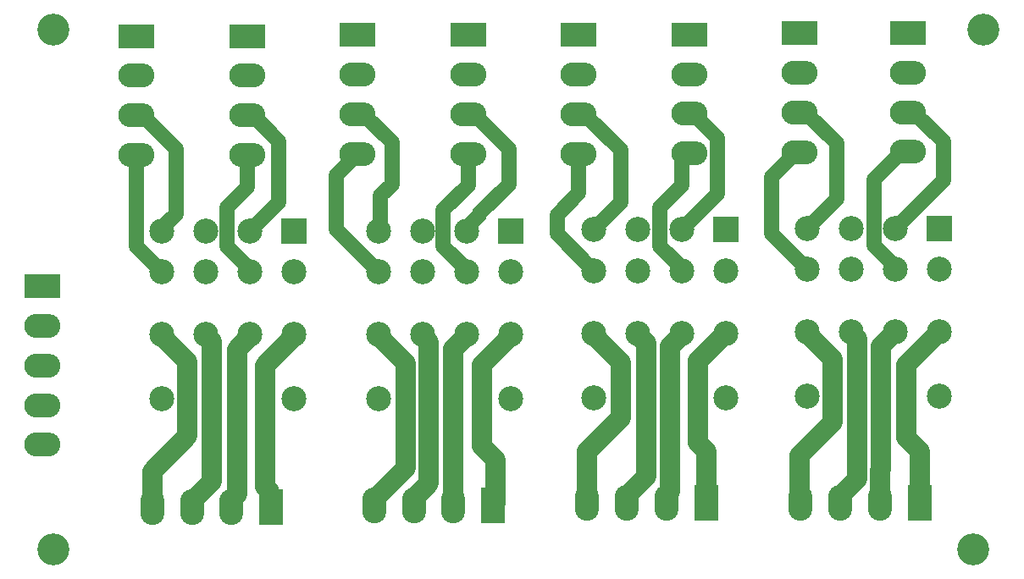
<source format=gtl>
G04*
G04 #@! TF.GenerationSoftware,Altium Limited,Altium Designer,20.2.2 (114)*
G04*
G04 Layer_Physical_Order=1*
G04 Layer_Color=255*
%FSLAX44Y44*%
%MOMM*%
G71*
G04*
G04 #@! TF.SameCoordinates,4A35201A-C963-4E52-B05F-806438ECE370*
G04*
G04*
G04 #@! TF.FilePolarity,Positive*
G04*
G01*
G75*
%ADD19C,1.5000*%
%ADD20C,2.0000*%
%ADD21R,3.6000X2.4000*%
%ADD22O,3.6000X2.4000*%
%ADD23R,2.4000X3.6000*%
%ADD24O,2.4000X3.6000*%
%ADD25C,2.5000*%
%ADD26R,2.5000X2.5000*%
%ADD27C,3.2000*%
D19*
X860830Y343746D02*
Y409799D01*
X890935Y434315D02*
X894080Y437460D01*
X885346Y434315D02*
X890935D01*
X860830Y409799D02*
X885346Y434315D01*
X881830Y320040D02*
Y322746D01*
X860830Y343746D02*
X881830Y322746D01*
X894080Y477060D02*
X900080D01*
X929640Y447500D01*
X881830Y361040D02*
X929640Y408850D01*
Y447500D01*
X786301Y476770D02*
X792301D01*
X822960Y446111D01*
Y390170D02*
Y446111D01*
X793830Y361040D02*
X822960Y390170D01*
X782737Y437170D02*
X786301D01*
X758190Y412623D02*
X782737Y437170D01*
X758190Y355680D02*
Y412623D01*
Y355680D02*
X793830Y320040D01*
X646430Y343093D02*
Y382024D01*
X668061Y403655D01*
X646430Y343093D02*
X668047Y321476D01*
X668061Y403655D02*
Y431743D01*
X672218Y435900D02*
X675783D01*
X668061Y431743D02*
X672218Y435900D01*
X668047Y318770D02*
Y321476D01*
X675783Y475500D02*
X679347D01*
X703580Y451267D01*
Y395303D02*
Y451267D01*
X668047Y359770D02*
X703580Y395303D01*
X565264Y396354D02*
Y435380D01*
X543560Y374650D02*
X565264Y396354D01*
X543560Y355257D02*
Y374650D01*
Y355257D02*
X580047Y318770D01*
X565264Y474980D02*
X571264D01*
X607060Y439184D01*
X580047Y359770D02*
X607060Y386783D01*
Y439184D01*
X454746Y403946D02*
Y435610D01*
X429994Y379193D02*
X454746Y403946D01*
X429994Y343206D02*
Y379193D01*
X452993Y317500D02*
Y320206D01*
X429994Y343206D02*
X452993Y320206D01*
X454746Y475210D02*
X460746D01*
X495300Y440656D01*
Y405130D02*
Y440656D01*
X466090Y375920D02*
X495300Y405130D01*
X466090Y374303D02*
Y375920D01*
X452993Y358500D02*
Y361206D01*
X466090Y374303D01*
X344227Y475210D02*
X350227D01*
X378460Y446977D01*
Y405130D02*
Y446977D01*
X364994Y358500D02*
X366830Y360337D01*
Y393500D01*
X378460Y405130D01*
X340662Y435610D02*
X344227D01*
X336505Y431453D02*
X340662Y435610D01*
X336505Y427888D02*
Y431453D01*
X322580Y413963D02*
X336505Y427888D01*
X322580Y359914D02*
X364994Y317500D01*
X322580Y359914D02*
Y413963D01*
X233708Y402618D02*
Y434340D01*
X213360Y382270D02*
X233708Y402618D01*
X213360Y372110D02*
Y382270D01*
X236670Y317500D02*
Y320206D01*
X213670Y343206D02*
X236670Y320206D01*
X213670Y343206D02*
Y371800D01*
X213360Y372110D02*
X213670Y371800D01*
X233708Y473940D02*
X239709D01*
X265430Y448219D01*
Y387260D02*
Y448219D01*
X236670Y358500D02*
X265430Y387260D01*
X123190Y473940D02*
X129190D01*
X162560Y440570D01*
X148670Y358500D02*
Y361206D01*
X162560Y375096D01*
Y440570D01*
X123190Y342980D02*
X148670Y317500D01*
X123190Y342980D02*
Y434340D01*
D20*
X139010Y82550D02*
Y118110D01*
X173990Y153090D02*
Y227827D01*
X139010Y118110D02*
X173990Y153090D01*
X148670Y253147D02*
Y254500D01*
Y253147D02*
X173990Y227827D01*
X178610Y88206D02*
X198120Y107716D01*
Y247697D01*
X192670Y253147D02*
X198120Y247697D01*
X192670Y253147D02*
Y254500D01*
X178610Y82550D02*
Y88206D01*
X223520Y239997D02*
X236670Y253147D01*
X223520Y94942D02*
Y239997D01*
X218210Y89632D02*
X223520Y94942D01*
X218210Y82550D02*
Y89632D01*
X408993Y253147D02*
X415290Y246851D01*
X399805Y90137D02*
X415290Y105622D01*
Y246851D01*
X364994Y253147D02*
X392430Y225711D01*
Y121280D02*
Y225711D01*
X360970Y89820D02*
X392430Y121280D01*
X360970Y83820D02*
Y89820D01*
X399805Y84585D02*
Y90137D01*
X408993Y253147D02*
Y254500D01*
X364994Y253147D02*
Y254500D01*
X468630Y143120D02*
X481770Y129980D01*
X496993Y253147D02*
Y254500D01*
X468630Y224784D02*
X496993Y253147D01*
X468630Y143120D02*
Y224784D01*
X440170Y83820D02*
Y240324D01*
X452993Y253147D01*
Y254500D01*
X684530Y146470D02*
Y228253D01*
Y146470D02*
X692610Y138390D01*
X684530Y228253D02*
X712047Y255770D01*
X624047Y254417D02*
X632460Y246004D01*
X613410Y93442D02*
X632460Y112492D01*
Y246004D01*
X656590Y97022D02*
Y242960D01*
X668047Y254417D01*
X653010Y86360D02*
Y93442D01*
X656590Y97022D01*
X573810Y137641D02*
X607650Y171481D01*
X580047Y254417D02*
Y255770D01*
Y254417D02*
X607650Y226814D01*
Y171481D02*
Y226814D01*
X624047Y254417D02*
Y255770D01*
X613410Y86360D02*
Y93442D01*
X692610Y86360D02*
Y138390D01*
X786405Y134208D02*
X819150Y166953D01*
X793830Y255687D02*
Y257040D01*
Y255687D02*
X819150Y230367D01*
Y166953D02*
Y230367D01*
X826770Y93442D02*
X843280Y109952D01*
Y250237D01*
X837830Y255687D02*
X843280Y250237D01*
X837830Y255687D02*
Y257040D01*
X905970Y86360D02*
Y138025D01*
X892810Y151185D02*
X905970Y138025D01*
X892810Y224020D02*
X925830Y257040D01*
X892810Y151185D02*
Y224020D01*
X866370Y118340D02*
X867410Y119380D01*
Y242620D02*
X881830Y257040D01*
X867410Y119380D02*
Y242620D01*
X251460Y223937D02*
X280670Y253147D01*
X255810Y84550D02*
X257810Y82550D01*
X255810Y84550D02*
Y97916D01*
X251460Y102266D02*
X255810Y97916D01*
X251460Y102266D02*
Y223937D01*
X826770Y86360D02*
Y93442D01*
X866370Y86360D02*
Y118340D01*
X786405Y87125D02*
X787170Y86360D01*
X786405Y87125D02*
Y134208D01*
X668047Y254417D02*
Y255770D01*
X573810Y86360D02*
Y137641D01*
X479770Y83820D02*
X481770Y85820D01*
Y129980D01*
X280670Y253147D02*
Y254500D01*
X236670Y253147D02*
Y254500D01*
D21*
X786301Y555970D02*
D03*
X565264Y554180D02*
D03*
X675783Y554700D02*
D03*
X123190Y553140D02*
D03*
X233708D02*
D03*
X344227Y554410D02*
D03*
X454746D02*
D03*
X894080Y556260D02*
D03*
X29210Y302950D02*
D03*
D22*
X786301Y516370D02*
D03*
Y476770D02*
D03*
Y437170D02*
D03*
X565264Y514580D02*
D03*
Y474980D02*
D03*
Y435380D02*
D03*
X675783Y515100D02*
D03*
Y475500D02*
D03*
Y435900D02*
D03*
X123190Y513540D02*
D03*
Y473940D02*
D03*
Y434340D02*
D03*
X233708Y513540D02*
D03*
Y473940D02*
D03*
Y434340D02*
D03*
X344227Y514810D02*
D03*
Y475210D02*
D03*
Y435610D02*
D03*
X454746Y514810D02*
D03*
Y475210D02*
D03*
Y435610D02*
D03*
X894080Y516660D02*
D03*
Y477060D02*
D03*
Y437460D02*
D03*
X29210Y263350D02*
D03*
Y223750D02*
D03*
Y184150D02*
D03*
Y144550D02*
D03*
D23*
X257810Y82550D02*
D03*
X905970Y86360D02*
D03*
X692610D02*
D03*
X479770Y83820D02*
D03*
D24*
X218210Y82550D02*
D03*
X178610D02*
D03*
X139010D02*
D03*
X866370Y86360D02*
D03*
X826770D02*
D03*
X787170D02*
D03*
X653010D02*
D03*
X613410D02*
D03*
X573810D02*
D03*
X440170Y83820D02*
D03*
X400570D02*
D03*
X360970D02*
D03*
D25*
X148670Y190500D02*
D03*
Y254500D02*
D03*
X280670Y190500D02*
D03*
Y254500D02*
D03*
X236670D02*
D03*
X192670D02*
D03*
X236670Y317500D02*
D03*
X280670D02*
D03*
X192670D02*
D03*
X148670D02*
D03*
X236670Y358500D02*
D03*
X192670D02*
D03*
X148670D02*
D03*
X580047Y191770D02*
D03*
Y255770D02*
D03*
X712047Y191770D02*
D03*
Y255770D02*
D03*
X668047D02*
D03*
X624047D02*
D03*
X668047Y318770D02*
D03*
X712047D02*
D03*
X624047D02*
D03*
X580047D02*
D03*
X668047Y359770D02*
D03*
X624047D02*
D03*
X580047D02*
D03*
X364994Y190500D02*
D03*
Y254500D02*
D03*
X496993Y190500D02*
D03*
Y254500D02*
D03*
X452993D02*
D03*
X408993D02*
D03*
X452993Y317500D02*
D03*
X496993D02*
D03*
X408993D02*
D03*
X364994D02*
D03*
X452993Y358500D02*
D03*
X408993D02*
D03*
X364994D02*
D03*
X793830Y193040D02*
D03*
Y257040D02*
D03*
X925830Y193040D02*
D03*
Y257040D02*
D03*
X881830D02*
D03*
X837830D02*
D03*
X881830Y320040D02*
D03*
X925830D02*
D03*
X837830D02*
D03*
X793830D02*
D03*
X881830Y361040D02*
D03*
X837830D02*
D03*
X793830D02*
D03*
D26*
X280670Y358500D02*
D03*
X712047Y359770D02*
D03*
X496993Y358500D02*
D03*
X925830Y361040D02*
D03*
D27*
X960000Y40000D02*
D03*
X970000Y560000D02*
D03*
X40000D02*
D03*
Y40000D02*
D03*
M02*

</source>
